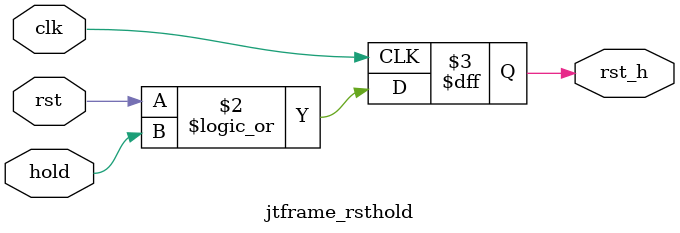
<source format=v>

/*  This file is part of JTFRAME.
    JTFRAME program is free software: you can redistribute it and/or modify
    it under the terms of the GNU General Public License as published by
    the Free Software Foundation, either version 3 of the License, or
    (at your option) any later version.

    JTFRAME program is distributed in the hope that it will be useful,
    but WITHOUT ANY WARRANTY; without even the implied warranty of
    MERCHANTABILITY or FITNESS FOR A PARTICULAR PURPOSE.  See the
    GNU General Public License for more details.

    You should have received a copy of the GNU General Public License
    along with JTFRAME.  If not, see <http://www.gnu.org/licenses/>.

    Author: Jose Tejada Gomez. Twitter: @topapate
    Version: 1.0
    Date: 1-2-2024 */

module jtframe_rsthold(
    input      rst,
    input      clk,
    input      hold,
    output reg rst_h
`ifdef JTFRAME_CLK24 ,
    input      rst24,
    input      clk24,
    output reg rst24_h
`endif
`ifdef JTFRAME_CLK48 ,
    input      rst48,
    input      clk48,
    output reg rst48_h
`endif    
);

always @(negedge clk)   rst_h   <= rst   || hold;
`ifdef JTFRAME_CLK24
reg hold24;
always @(posedge clk24) hold24  <= hold;
always @(negedge clk24) rst24_h <= rst24 || hold24; `endif
`ifdef JTFRAME_CLK48
reg hold48;
always @(posedge clk48) hold48  <= hold;
always @(negedge clk48) rst48_h <= rst48 || hold48; `endif

endmodule
</source>
